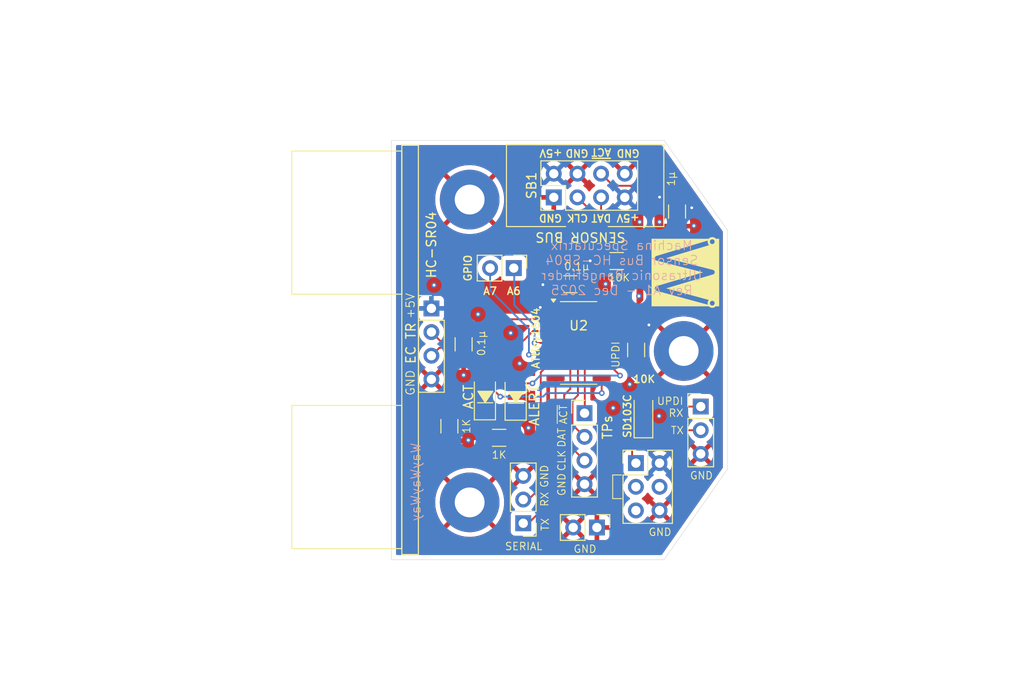
<source format=kicad_pcb>
(kicad_pcb (version 20241229) (generator "pcbnew") (generator_version "9.0")
  (layers (0 "F.Cu" signal) (4 "In1.Cu" signal) (6 "In2.Cu" signal) (2 "B.Cu" signal) (13 "F.Paste" user) (15 "B.Paste" user) (5 "F.SilkS" user "F.Silkscreen") (7 "B.SilkS" user "B.Silkscreen") (1 "F.Mask" user) (3 "B.Mask" user) (25 "Edge.Cuts" user))
  (net 0 "")
  (net 1 "GND")
  (net 2 "/ECHO")
  (net 3 "/TRIG")
  (net 4 "+5V")
  (net 5 "/PROG_TX")
  (net 6 "Net-(D1-K)")
  (net 7 "/SB_DAT")
  (net 8 "/SB_CLK")
  (net 9 "/UPDI")
  (net 10 "/SB_ACT")
  (net 11 "Net-(D2-K)")
  (net 12 "/ACT_LED")
  (net 13 "/ALERT_LED")
  (net 14 "/TX")
  (net 15 "/RX")
  (net 19 "/A6")
  (net 20 "/A7")
  (footprint "MS_General:MS-logo" (layer "F.Cu") (at 131.7498 89.8398 90)
    (property "Reference" "G***" (hide yes))
    (property "Value" "LOGO" (hide yes))
    (fp_poly (pts (xy 3.639371 2.501401) (xy 3.672212 2.532865) (xy 3.732284 2.604746) (xy 3.776043 2.687398) (xy 3.80349 2.777438) (xy 3.814625 2.871481) (xy 3.809447 2.966141) (xy 3.787957 3.058035) (xy 3.750154 3.143777) (xy 3.696039 3.219984) (xy 3.672212 3.244771) (xy 3.639371 3.276235) (xy 3.639371 3.628571) (xy -3.617772 3.628571) (xy -3.617772 3.258612) (xy -3.654326 3.218152) (xy -3.713197 3.137669) (xy -3.753624 3.048991) (xy -3.775607 2.955161) (xy -3.777358 2.907721) (xy -3.538689 2.907721) (xy -3.524776 2.973768) (xy -3.49322 3.033423) (xy -3.445997 3.083652) (xy -3.385084 3.121423) (xy -3.337524 3.138268) (xy -3.291562 3.14626) (xy -3.246874 3.143959) (xy -3.19501 3.130652) (xy -3.177898 3.124802) (xy -3.135902 3.101435) (xy -3.094035 3.064286) (xy -3.058707 3.02024) (xy -3.03633 2.976179) (xy -3.034797 2.971137) (xy -3.023161 2.893642) (xy -3.032227 2.820988) (xy -3.061724 2.754459) (xy -3.088557 2.718647) (xy -3.142476 2.671863) (xy -3.203077 2.643368) (xy -3.267091 2.632283) (xy -3.331247 2.637726) (xy -3.392277 2.658817) (xy -3.446911 2.694676) (xy -3.491879 2.744423) (xy -3.523913 2.807177) (xy -3.532983 2.838315) (xy -3.538689 2.907721) (xy -3.777358 2.907721) (xy -3.779148 2.859225) (xy -3.764245 2.764226) (xy -3.730899 2.67321) (xy -3.67911 2.589221) (xy -3.654326 2.559484) (xy -3.617772 2.519023) (xy -3.617772 2.398635) (xy -3.433881 2.398635) (xy -3.428416 2.40576) (xy -3.409322 2.403838) (xy -3.395191 2.40092) (xy -3.340087 2.394081) (xy -3.274297 2.393003) (xy -3.207291 2.397319) (xy -3.148539 2.406662) (xy -3.131298 2.411165) (xy -3.090484 2.426848) (xy -3.043085 2.450005) (xy -3.003169 2.473271) (xy -2.970293 2.493931) (xy -2.945398 2.508463) (xy -2.933071 2.514216) (xy -2.932534 2.514105) (xy -2.929529 2.503524) (xy -2.921146 2.473035) (xy -2.907642 2.423582) (xy -2.88927 2.356107) (xy -2.866288 2.271554) (xy -2.83895 2.170866) (xy -2.807513 2.054986) (xy -2.772231 1.924857) (xy -2.733361 1.781423) (xy -2.691158 1.625626) (xy -2.645877 1.458411) (xy -2.597774 1.28072) (xy -2.547106 1.093496) (xy -2.494126 0.897683) (xy -2.439092 0.694223) (xy -2.382258 0.484061) (xy -2.32388 0.268138) (xy -2.310618 0.219078) (xy -2.251944 0.002077) (xy -2.194753 -0.209327) (xy -2.139303 -0.414195) (xy -2.085848 -0.611587) (xy -2.034643 -0.800562) (xy -1.985944 -0.980181) (xy -1.940006 -1.149503) (xy -1.897086 -1.307589) (xy -1.857438 -1.453498) (xy -1.821318 -1.58629) (xy -1.788981 -1.705025) (xy -1.760683 -1.808764) (xy -1.736679 -1.896566) (xy -1.717225 -1.96749) (xy -1.702576 -2.020598) (xy -1.692988 -2.054949) (xy -1.688716 -2.069603) (xy -1.688513 -2.070089) (xy -1.685262 -2.059643) (xy -1.676157 -2.029373) (xy -1.661462 -1.980167) (xy -1.64144 -1.912914) (xy -1.616355 -1.828504) (xy -1.586469 -1.727826) (xy -1.552047 -1.611768) (xy -1.513351 -1.481221) (xy -1.470645 -1.337074) (xy -1.424193 -1.180215) (xy -1.374257 -1.011534) (xy -1.321101 -0.831921) (xy -1.264989 -0.642263) (xy -1.206184 -0.443452) (xy -1.144949 -0.236375) (xy -1.081548 -0.021923) (xy -1.016243 0.199017) (xy -0.9493 0.425553) (xy -0.93975 0.457874) (xy -0.872464 0.685502) (xy -0.806684 0.907846) (xy -0.742679 1.124006) (xy -0.680716 1.333079) (xy -0.621065 1.534164) (xy -0.563996 1.72636) (xy -0.509776 1.908765) (xy -0.458675 2.080477) (xy -0.410961 2.240595) (xy -0.366904 2.388217) (xy -0.326772 2.522442) (xy -0.290835 2.642369) (xy -0.25936 2.747095) (xy -0.232617 2.835719) (xy -0.210875 2.90734) (xy -0.194402 2.961057) (xy -0.183468 2.995966) (xy -0.178342 3.011168) (xy -0.178131 3.011623) (xy -0.146562 3.059074) (xy -0.107297 3.094872) (xy -0.075595 3.11484) (xy -0.020702 3.135403) (xy 0.043196 3.143095) (xy 0.107557 3.137643) (xy 0.15659 3.122312) (xy 0.216902 3.083421) (xy 0.263579 3.029828) (xy 0.281416 2.996811) (xy 0.285758 2.982514) (xy 0.295117 2.948196) (xy 0.305833 2.907721) (xy 3.059695 2.907721) (xy 3.073608 2.973768) (xy 3.105165 3.033423) (xy 3.152388 3.083652) (xy 3.2133 3.121423) (xy 3.26086 3.138268) (xy 3.306822 3.14626) (xy 3.35151 3.143959) (xy 3.403374 3.130652) (xy 3.420486 3.124802) (xy 3.462483 3.101435) (xy 3.50435 3.064286) (xy 3.539677 3.02024) (xy 3.562054 2.976179) (xy 3.563587 2.971137) (xy 3.575224 2.893642) (xy 3.566157 2.820988) (xy 3.536661 2.754459) (xy 3.509827 2.718647) (xy 3.455908 2.671863) (xy 3.395307 2.643368) (xy 3.331294 2.632283) (xy 3.267137 2.637726) (xy 3.206108 2.658817) (xy 3.151474 2.694676) (xy 3.106505 2.744423) (xy 3.074472 2.807177) (xy 3.065402 2.838315) (xy 3.059695 2.907721) (xy 0.305833 2.907721) (xy 0.309258 2.894784) (xy 0.327943 2.823208) (xy 0.350935 2.734395) (xy 0.378 2.629274) (xy 0.408899 2.508773) (xy 0.443397 2.37382) (xy 0.481257 2.225344) (xy 0.522243 2.064272) (xy 0.566118 1.891535) (xy 0.612645 1.708059) (xy 0.661589 1.514773) (xy 0.712713 1.312605) (xy 0.765779 1.102484) (xy 0.820553 0.885338) (xy 0.876797 0.662095) (xy 0.929878 0.451161) (xy 0.987084 0.223768) (xy 1.04291 0.001954) (xy 1.097129 -0.213373) (xy 1.14951 -0.421307) (xy 1.199826 -0.620943) (xy 1.247846 -0.811374) (xy 1.293343 -0.991695) (xy 1.336086 -1.161) (xy 1.375848 -1.318381) (xy 1.412398 -1.462935) (xy 1.445509 -1.593754) (xy 1.474951 -1.709933) (xy 1.500495 -1.810565) (xy 1.521913 -1.894745) (xy 1.538974 -1.961566) (xy 1.551451 -2.010123) (xy 1.559114 -2.039509) (xy 1.561729 -2.048843) (xy 1.565022 -2.038422) (xy 1.574247 -2.008247) (xy 1.589122 -1.95925) (xy 1.609367 -1.892363) (xy 1.634701 -1.808518) (xy 1.664843 -1.708648) (xy 1.699513 -1.593684) (xy 1.73843 -1.464558) (xy 1.781313 -1.322203) (xy 1.827881 -1.167551) (xy 1.877854 -1.001533) (xy 1.930951 -0.825082) (xy 1.986891 -0.639129) (xy 2.045394 -0.444608) (xy 2.106177 -0.242449) (xy 2.168962 -0.033585) (xy 2.233467 0.181052) (xy 2.252088 0.243022) (xy 2.31706 0.45922) (xy 2.380413 0.669957) (xy 2.441863 0.874298) (xy 2.501129 1.071308) (xy 2.557928 1.260051) (xy 2.61198 1.439593) (xy 2.663001 1.608998) (xy 2.71071 1.76733) (xy 2.754825 1.913655) (xy 2.795064 2.047036) (xy 2.831145 2.16654) (xy 2.862785 2.27123) (xy 2.889704 2.360172) (xy 2.911618 2.432429) (xy 2.928246 2.487068) (xy 2.939305 2.523151) (xy 2.944515 2.539745) (xy 2.944887 2.540771) (xy 2.954784 2.53873) (xy 2.975568 2.525014) (xy 2.997955 2.506692) (xy 3.075699 2.452095) (xy 3.164651 2.413502) (xy 3.259943 2.392492) (xy 3.355888 2.390575) (xy 3.402346 2.392968) (xy 3.428335 2.390626) (xy 3.434183 2.385804) (xy 3.431123 2.37469) (xy 3.422148 2.343933) (xy 3.407572 2.294571) (xy 3.387706 2.227645) (xy 3.362862 2.144191) (xy 3.333352 2.045249) (xy 3.299488 1.931859) (xy 3.261583 1.805058) (xy 3.219948 1.665886) (xy 3.174895 1.515381) (xy 3.126736 1.354582) (xy 3.075783 1.184528) (xy 3.022349 1.006258) (xy 2.966744 0.82081) (xy 2.909281 0.629224) (xy 2.850273 0.432538) (xy 2.79003 0.231791) (xy 2.728866 0.028022) (xy 2.667091 -0.177731) (xy 2.605019 -0.384428) (xy 2.54296 -0.591031) (xy 2.481228 -0.796501) (xy 2.420133 -0.999799) (xy 2.359989 -1.199886) (xy 2.301106 -1.395724) (xy 2.243797 -1.586274) (xy 2.188374 -1.770497) (xy 2.135149 -1.947354) (xy 2.084434 -2.115806) (xy 2.03654 -2.274815) (xy 1.991781 -2.423341) (xy 1.950467 -2.560347) (xy 1.912911 -2.684792) (xy 1.879425 -2.795639) (xy 1.85032 -2.891848) (xy 1.825909 -2.972381) (xy 1.806504 -3.036199) (xy 1.792417 -3.082263) (xy 1.783959 -3.109534) (xy 1.781582 -3.116816) (xy 1.746285 -3.182619) (xy 1.696597 -3.233051) (xy 1.634654 -3.26665) (xy 1.562589 -3.281952) (xy 1.539482 -3.282756) (xy 1.46417 -3.273064) (xy 1.399148 -3.245361) (xy 1.346327 -3.200837) (xy 1.307615 -3.140683) (xy 1.306047 -3.137203) (xy 1.301698 -3.1229) (xy 1.292329 -3.088578) (xy 1.278178 -3.035166) (xy 1.259482 -2.963595) (xy 1.236477 -2.874794) (xy 1.209401 -2.769694) (xy 1.178491 -2.649223) (xy 1.143983 -2.514313) (xy 1.106116 -2.365893) (xy 1.065125 -2.204893) (xy 1.021248 -2.032242) (xy 0.974722 -1.848871) (xy 0.925784 -1.65571) (xy 0.874671 -1.453689) (xy 0.821619 -1.243737) (xy 0.766867 -1.026784) (xy 0.710651 -0.803761) (xy 0.659326 -0.599914) (xy 0.602176 -0.37284) (xy 0.546406 -0.15131) (xy 0.492245 0.063766) (xy 0.439923 0.271478) (xy 0.389669 0.470916) (xy 0.341714 0.661171) (xy 0.296287 0.841333) (xy 0.253618 1.010491) (xy 0.213936 1.167736) (xy 0.177471 1.312157) (xy 0.144452 1.442846) (xy 0.11511 1.558892) (xy 0.089674 1.659385) (xy 0.068374 1.743416) (xy 0.051439 1.810074) (xy 0.039099 1.85845) (xy 0.031583 1.887634) (xy 0.029125 1.896753) (xy 0.025877 1.88678) (xy 0.016782 1.856987) (xy 0.002105 1.808268) (xy -0.017888 1.741518) (xy -0.042932 1.657631) (xy -0.07276 1.557502) (xy -0.107108 1.442027) (xy -0.14571 1.3121) (xy -0.188301 1.168616) (xy -0.234614 1.01247) (xy -0.284385 0.844556) (xy -0.337348 0.665769) (xy -0.393238 0.477005) (xy -0.451788 0.279157) (xy -0.512734 0.073121) (xy -0.57581 -0.140208) (xy -0.640751 -0.359935) (xy -0.706166 -0.58136) (xy -0.772923 -0.807315) (xy -0.83821 -1.028178) (xy -0.901753 -1.243026) (xy -0.963278 -1.450937) (xy -1.022511 -1.650989) (xy -1.079178 -1.84226) (xy -1.133005 -2.023825) (xy -1.183717 -2.194764) (xy -1.231042 -2.354154) (xy -1.274704 -2.501072) (xy -1.31443 -2.634595) (xy -1.349946 -2.753802) (xy -1.380978 -2.857769) (xy -1.407251 -2.945575) (xy -1.428492 -3.016296) (xy -1.444428 -3.069011) (xy -1.454783 -3.102797) (xy -1.459178 -3.116457) (xy -1.494335 -3.182605) (xy -1.543698 -3.233005) (xy -1.605488 -3.266437) (xy -1.677926 -3.281677) (xy -1.700893 -3.282519) (xy -1.774969 -3.272937) (xy -1.840286 -3.2453) (xy -1.893963 -3.201277) (xy -1.929169 -3.15052) (xy -1.932933 -3.138352) (xy -1.942049 -3.106386) (xy -1.956232 -3.055675) (xy -1.975196 -2.987272) (xy -1.998655 -2.902229) (xy -2.026323 -2.801598) (xy -2.057914 -2.686433) (xy -2.093143 -2.557785) (xy -2.131723 -2.416707) (xy -2.173369 -2.264252) (xy -2.217796 -2.101472) (xy -2.264716 -1.929419) (xy -2.313845 -1.749146) (xy -2.364897 -1.561705) (xy -2.417585 -1.368149) (xy -2.471624 -1.169531) (xy -2.526729 -0.966902) (xy -2.582613 -0.761316) (xy -2.63899 -0.553824) (xy -2.695574 -0.34548) (xy -2.752081 -0.137335) (xy -2.808224 0.069558) (xy -2.863717 0.274146) (xy -2.918274 0.475377) (xy -2.97161 0.672199) (xy -3.023438 0.863558) (xy -3.073473 1.048403) (xy -3.12143 1.225682) (xy -3.167022 1.39434) (xy -3.209963 1.553327) (xy -3.249968 1.70159) (xy -3.28675 1.838075) (xy -3.320025 1.961732) (xy -3.349506 2.071506) (xy -3.374907 2.166347) (xy -3.395943 2.245201) (xy -3.412327 2.307015) (xy -3.423775 2.350738) (xy -3.429999 2.375317) (xy -3.430915 2.379322) (xy -3.433881 2.398635) (xy -3.617772 2.398635) (xy -3.617772 -3.628572) (xy 3.639371 -3.628572)) (fill yes) (layer "F.SilkS"))
  )
  (footprint "Connector_PinHeader_2.54mm:PinHeader_1x02_P2.54mm_Vertical" (layer "F.Cu") (at 122.2552 117.1956 -90)
    (property "Reference" "J2" (hide yes))
    (property "Value" "GND" (at 2.3114 1.275 0) (layer "F.SilkS") (effects (font (size 0.8 0.8) (thickness 0.1))))
    (fp_line (start -1.38 3.92) (end 1.38 3.92) (stroke (width 0.12)) (layer "F.SilkS"))
    (fp_line (start -1.38 1.27) (end -1.38 3.92) (stroke (width 0.12)) (layer "F.SilkS"))
    (fp_line (start -1.38 1.27) (end 1.38 1.27) (stroke (width 0.12)) (layer "F.SilkS"))
    (fp_line (start 1.38 1.27) (end 1.38 3.92) (stroke (width 0.12)) (layer "F.SilkS"))
    (fp_line (start -1.38 0) (end -1.38 -1.38) (stroke (width 0.12)) (layer "F.SilkS"))
    (fp_line (start -1.38 -1.38) (end 0 -1.38) (stroke (width 0.12)) (layer "F.SilkS"))
    (pad "1" thru_hole rect (at 0 0 270) (size 1.7 1.7) (drill 1) (layers "*.Cu" "*.Mask") (net 1 "GND"))
    (pad "2" thru_hole circle (at 0 2.54 270) (size 1.7 1.7) (drill 1) (layers "*.Cu" "*.Mask") (net 1 "GND"))
  )
  (footprint "Package_SO:SOIC-14_3.9x8.7mm_P1.27mm" (layer "F.Cu") (at 120.2944 97.3849)
    (property "Reference" "U2" (at 0 -1.8555 0) (layer "F.SilkS"))
    (property "Value" "ATtiny1604" (at -4.5974 -0.5093 90) (layer "F.SilkS") (effects (font (size 0.8 0.8))))
    (fp_line (start 0 -4.435) (end -1.95 -4.435) (stroke (width 0.12)) (layer "F.SilkS"))
    (fp_line (start 0 -4.435) (end 1.95 -4.435) (stroke (width 0.12)) (layer "F.SilkS"))
    (fp_line (start 0 4.435) (end -1.95 4.435) (stroke (width 0.12)) (layer "F.SilkS"))
    (fp_line (start 0 4.435) (end 1.95 4.435) (stroke (width 0.12)) (layer "F.SilkS"))
    (fp_poly (pts (xy -2.7 -4.37) (xy -2.94 -4.7) (xy -2.46 -4.7)) (stroke (width 0.12)) (fill yes) (layer "F.SilkS"))
    (pad "1" smd roundrect (at -2.475 -3.81) (size 1.95 0.6) (layers "F.Cu" "F.Mask" "F.Paste") (net 4 "+5V"))
    (pad "2" smd roundrect (at -2.475 -2.54) (size 1.95 0.6) (layers "F.Cu" "F.Mask" "F.Paste") (net 3 "/TRIG"))
    (pad "3" smd roundrect (at -2.475 -1.27) (size 1.95 0.6) (layers "F.Cu" "F.Mask" "F.Paste") (net 2 "/ECHO"))
    (pad "4" smd roundrect (at -2.475 0) (size 1.95 0.6) (layers "F.Cu" "F.Mask" "F.Paste") (net 19 "/A6"))
    (pad "5" smd roundrect (at -2.475 1.27) (size 1.95 0.6) (layers "F.Cu" "F.Mask" "F.Paste") (net 20 "/A7"))
    (pad "6" smd roundrect (at -2.475 2.54) (size 1.95 0.6) (layers "F.Cu" "F.Mask" "F.Paste") (net 15 "/RX"))
    (pad "7" smd roundrect (at -2.475 3.81) (size 1.95 0.6) (layers "F.Cu" "F.Mask" "F.Paste") (net 14 "/TX"))
    (pad "8" smd roundrect (at 2.475 3.81) (size 1.95 0.6) (layers "F.Cu" "F.Mask" "F.Paste") (net 12 "/ACT_LED"))
    (pad "9" smd roundrect (at 2.475 2.54) (size 1.95 0.6) (layers "F.Cu" "F.Mask" "F.Paste") (net 13 "/ALERT_LED"))
    (pad "10" smd roundrect (at 2.475 1.27) (size 1.95 0.6) (layers "F.Cu" "F.Mask" "F.Paste") (net 9 "/UPDI"))
    (pad "11" smd roundrect (at 2.475 0) (size 1.95 0.6) (layers "F.Cu" "F.Mask" "F.Paste") (net 10 "/SB_ACT"))
    (pad "12" smd roundrect (at 2.475 -1.27) (size 1.95 0.6) (layers "F.Cu" "F.Mask" "F.Paste") (net 7 "/SB_DAT"))
    (pad "13" smd roundrect (at 2.475 -2.54) (size 1.95 0.6) (layers "F.Cu" "F.Mask" "F.Paste") (net 8 "/SB_CLK"))
    (pad "14" smd roundrect (at 2.475 -3.81) (size 1.95 0.6) (layers "F.Cu" "F.Mask" "F.Paste") (net 1 "GND"))
  )
  (footprint "Capacitor_SMD:C_1206_3216Metric_Pad1.33x1.80mm_HandSolder" (layer "F.Cu") (at 130.8608 83.2866 -90)
    (property "Reference" "C2" (hide yes))
    (property "Value" "1µ" (at -3.5306 0.635 90) (layer "F.SilkS") (effects (font (size 0.8 0.8) (thickness 0.1))))
    (fp_line (start -0.711252 0.91) (end 0.711252 0.91) (stroke (width 0.12)) (layer "F.SilkS"))
    (fp_line (start -0.711252 -0.91) (end 0.711252 -0.91) (stroke (width 0.12)) (layer "F.SilkS"))
    (pad "1" smd roundrect (at -1.5625 0 270) (size 1.325 1.8) (layers "F.Cu" "F.Mask" "F.Paste") (roundrect_rratio 0.188679) (net 4 "+5V"))
    (pad "2" smd roundrect (at 1.5625 0 270) (size 1.325 1.8) (layers "F.Cu" "F.Mask" "F.Paste") (roundrect_rratio 0.188679) (net 1 "GND"))
  )
  (footprint "MS_Favourites:Resistor_SMD_1206_HandSolder" (layer "F.Cu") (at 106.426 106.325 90)
    (property "Reference" "R1" (hide yes))
    (property "Value" "1K" (at 0 1.83 90) (layer "F.SilkS") (effects (font (size 0.8 0.8) (thickness 0.1))))
    (fp_line (start -0.727064 -0.91) (end 0.727064 -0.91) (stroke (width 0.12)) (layer "F.SilkS"))
    (fp_line (start -0.727064 0.91) (end 0.727064 0.91) (stroke (width 0.12)) (layer "F.SilkS"))
    (pad "1" smd roundrect (at -1.55 0 90) (size 1.3 1.75) (layers "F.Cu" "F.Mask" "F.Paste") (roundrect_rratio 0.192308) (net 1 "GND"))
    (pad "2" smd roundrect (at 1.55 0 90) (size 1.3 1.75) (layers "F.Cu" "F.Mask" "F.Paste") (roundrect_rratio 0.192308) (net 6 "Net-(D1-K)"))
  )
  (footprint "Connector_PinHeader_2.54mm:PinHeader_1x04_P2.54mm_Vertical" (layer "F.Cu") (at 120.9294 104.9274)
    (property "Reference" "J3" (hide yes))
    (property "Value" "TPs")
    (fp_line (start -1.38 -1.38) (end 0 -1.38) (stroke (width 0.12)) (layer "F.SilkS"))
    (fp_line (start -1.38 0) (end -1.38 -1.38) (stroke (width 0.12)) (layer "F.SilkS"))
    (fp_line (start -1.38 1.27) (end -1.38 9) (stroke (width 0.12)) (layer "F.SilkS"))
    (fp_line (start -1.38 1.27) (end 1.38 1.27) (stroke (width 0.12)) (layer "F.SilkS"))
    (fp_line (start -1.38 9) (end 1.38 9) (stroke (width 0.12)) (layer "F.SilkS"))
    (fp_line (start 1.38 1.27) (end 1.38 9) (stroke (width 0.12)) (layer "F.SilkS"))
    (pad "1" thru_hole rect (at 0 0) (size 1.7 1.7) (drill 1) (layers "*.Cu" "*.Mask") (net 10 "/SB_ACT"))
    (pad "2" thru_hole circle (at 0 2.54) (size 1.7 1.7) (drill 1) (layers "*.Cu" "*.Mask") (net 7 "/SB_DAT"))
    (pad "3" thru_hole circle (at 0 5.08) (size 1.7 1.7) (drill 1) (layers "*.Cu" "*.Mask") (net 8 "/SB_CLK"))
    (pad "4" thru_hole circle (at 0 7.62) (size 1.7 1.7) (drill 1) (layers "*.Cu" "*.Mask") (net 1 "GND"))
  )
  (footprint "MS_Favourites:LED_1206_SMD" (layer "F.Cu") (at 113.538 103.2145 90)
    (property "Reference" "D2" (hide yes))
    (property "Value" "ALERT" (at -0.9001 2.0066 90) (layer "F.SilkS"))
    (fp_line (start 1.6 -1.135) (end -2.46 -1.135) (stroke (width 0.12)) (layer "F.SilkS"))
    (fp_line (start -2.46 -1.135) (end -2.46 1.135) (stroke (width 0.12)) (layer "F.SilkS"))
    (fp_line (start -0.63 0.84) (end -0.63 -0.78) (stroke (width 0.12)) (layer "F.SilkS"))
    (fp_line (start -2.46 1.135) (end 1.6 1.135) (stroke (width 0.12)) (layer "F.SilkS"))
    (fp_poly (pts (xy 0.6 0.84) (xy 0.6 -0.76) (xy -0.6 0.03)) (stroke (width 0.12)) (fill yes) (layer "F.SilkS"))
    (pad "1" smd roundrect (at -1.4875 0 90) (size 1.425 1.75) (layers "F.Cu" "F.Mask" "F.Paste") (roundrect_rratio 0.175439) (net 11 "Net-(D2-K)"))
    (pad "2" smd roundrect (at 1.4875 0 90) (size 1.425 1.75) (layers "F.Cu" "F.Mask" "F.Paste") (roundrect_rratio 0.175439) (net 13 "/ALERT_LED"))
  )
  (footprint "MS_Connectors:SensorBus_2x04_P2.54mm_Vertical" (layer "F.Cu") (at 115.8494 77.4616 90)
    (property "Reference" "SB1" (at -3.031 -0.602 90) (layer "F.SilkS"))
    (property "Value" "LP_Sensor_Bus_IDC_8" (hide yes))
    (fp_line (start 1.355 -3.3) (end 1.355 13.589) (stroke (width 0.12)) (layer "F.SilkS"))
    (fp_line (start -7.434 -3.3) (end 1.355 -3.3) (stroke (width 0.12)) (layer "F.SilkS"))
    (fp_line (start -0.381 0.398) (end -0.381 10.778) (stroke (width 0.12)) (layer "F.SilkS"))
    (fp_line (start -3.031 0.398) (end -0.381 0.398) (stroke (width 0.12)) (layer "F.SilkS"))
    (fp_line (start -5.681 0.398) (end -4.301 0.398) (stroke (width 0.12)) (layer "F.SilkS"))
    (fp_line (start -5.681 1.778) (end -5.681 0.398) (stroke (width 0.12)) (layer "F.SilkS"))
    (fp_line (start -3.031 3.048) (end -3.031 0.398) (stroke (width 0.12)) (layer "F.SilkS"))
    (fp_line (start -5.681 3.048) (end -3.031 3.048) (stroke (width 0.12)) (layer "F.SilkS"))
    (fp_line (start -5.681 3.048) (end -5.681 10.778) (stroke (width 0.12)) (layer "F.SilkS"))
    (fp_line (start -7.434 3.048) (end -7.434 -3.3) (stroke (width 0.12)) (layer "F.SilkS"))
    (fp_line (start -5.681 10.778) (end -0.381 10.778) (stroke (width 0.12)) (layer "F.SilkS"))
    (fp_line (start 1.355 13.589) (end -7.434 13.589) (stroke (width 0.12)) (layer "F.SilkS"))
    (fp_line (start -7.434 13.589) (end -7.434 7.62) (stroke (width 0.12)) (layer "F.SilkS"))
    (fp_text user "+5V" (at 0.9144 2.794 180) (layer "F.SilkS") (effects (font (size 0.8 0.8)) (justify left bottom)))
    (fp_text user "GND" (at 0.9144 5.588 180) (layer "F.SilkS") (effects (font (size 0.8 0.8)) (justify left bottom)))
    (fp_text user "GND" (at -6.0452 2.7432 180) (layer "F.SilkS") (effects (font (size 0.8 0.8)) (justify left bottom)))
    (fp_text user "DAT" (at -6.0452 8.0264 180) (layer "F.SilkS") (effects (font (size 0.8 0.8)) (justify left bottom)))
    (fp_text user "GND" (at 0.9144 11.0744 180) (layer "F.SilkS") (effects (font (size 0.8 0.8)) (justify left bottom)))
    (fp_text user "+5V" (at -6.0452 11.0744 180) (layer "F.SilkS") (effects (font (size 0.8 0.8)) (justify left bottom)))
    (fp_text user "CLK" (at -6.0452 5.5372 180) (layer "F.SilkS") (effects (font (size 0.8 0.8)) (justify left bottom)))
    (fp_text user "~{ACT}" (at 1.018567 8.0264 180) (layer "F.SilkS") (effects (font (size 0.8 0.8)) (justify left bottom)))
    (pad "1" thru_hole rect (at -4.301 1.778 90) (size 1.7 1.7) (drill 1) (layers "*.Cu" "*.Mask") (net 1 "GND"))
    (pad "2" thru_hole circle (at -1.761 1.778 90) (size 1.7 1.7) (drill 1) (layers "*.Cu" "*.Mask") (net 4 "+5V"))
    (pad "3" thru_hole circle (at -4.301 4.318 90) (size 1.7 1.7) (drill 1) (layers "*.Cu" "*.Mask") (net 8 "/SB_CLK"))
    (pad "4" thru_hole circle (at -1.761 4.318 90) (size 1.7 1.7) (drill 1) (layers "*.Cu" "*.Mask") (net 1 "GND"))
    (pad "5" thru_hole circle (at -4.301 6.858 90) (size 1.7 1.7) (drill 1) (layers "*.Cu" "*.Mask") (net 7 "/SB_DAT"))
    (pad "6" thru_hole circle (at -1.761 6.858 90) (size 1.7 1.7) (drill 1) (layers "*.Cu" "*.Mask") (net 10 "/SB_ACT"))
    (pad "7" thru_hole circle (at -4.301 9.398 90) (size 1.7 1.7) (drill 1) (layers "*.Cu" "*.Mask") (net 4 "+5V"))
    (pad "8" thru_hole circle (at -1.761 9.398 90) (size 1.7 1.7) (drill 1) (layers "*.Cu" "*.Mask") (net 1 "GND"))
  )
  (footprint "Connector_PinHeader_2.54mm:PinHeader_1x03_P2.54mm_Vertical" (layer "F.Cu") (at 133.4008 104.2162)
    (property "Reference" "J1" (hide yes))
    (property "Value" "UPDI")
    (fp_line (start -1.38 -1.38) (end 0 -1.38) (stroke (width 0.12)) (layer "F.SilkS"))
    (fp_line (start -1.38 0) (end -1.38 -1.38) (stroke (width 0.12)) (layer "F.SilkS"))
    (fp_line (start -1.38 1.27) (end -1.38 6.46) (stroke (width 0.12)) (layer "F.SilkS"))
    (fp_line (start -1.38 1.27) (end 1.38 1.27) (stroke (width 0.12)) (layer "F.SilkS"))
    (fp_line (start -1.38 6.46) (end 1.38 6.46) (stroke (width 0.12)) (layer "F.SilkS"))
    (fp_line (start 1.38 1.27) (end 1.38 6.46) (stroke (width 0.12)) (layer "F.SilkS"))
    (pad "1" thru_hole rect (at 0 0) (size 1.7 1.7) (drill 1) (layers "*.Cu" "*.Mask") (net 9 "/UPDI"))
    (pad "2" thru_hole circle (at 0 2.54) (size 1.7 1.7) (drill 1) (layers "*.Cu" "*.Mask") (net 5 "/PROG_TX"))
    (pad "3" thru_hole circle (at 0 5.08) (size 1.7 1.7) (drill 1) (layers "*.Cu" "*.Mask") (net 1 "GND"))
  )
  (footprint "MS_Favourites:MountingHole_M3_Pad" (layer "F.Cu") (at 108.6 114.5)
    (property "Reference" "H3" (hide yes))
    (property "Value" "MountingHole_Pad" (hide yes))
    (pad "1" thru_hole circle (at 0 0) (size 6.4 6.4) (drill 3.2) (layers "*.Cu" "*.Mask") (net 1 "GND"))
  )
  (footprint "Capacitor_SMD:C_1206_3216Metric_Pad1.33x1.80mm_HandSolder" (layer "F.Cu") (at 119.4054 91.0844)
    (property "Reference" "C4" (hide yes))
    (property "Value" "0.1µ" (at 0.718732 -1.905 0) (layer "F.SilkS") (effects (font (size 0.8 0.8) (thickness 0.1))))
    (fp_line (start -0.711252 -0.91) (end 0.711252 -0.91) (stroke (width 0.12)) (layer "F.SilkS"))
    (fp_line (start -0.711252 0.91) (end 0.711252 0.91) (stroke (width 0.12)) (layer "F.SilkS"))
    (pad "1" smd roundrect (at -1.5625 0) (size 1.325 1.8) (layers "F.Cu" "F.Mask" "F.Paste") (roundrect_rratio 0.188679) (net 4 "+5V"))
    (pad "2" smd roundrect (at 1.5625 0) (size 1.325 1.8) (layers "F.Cu" "F.Mask" "F.Paste") (roundrect_rratio 0.188679) (net 1 "GND"))
  )
  (footprint "MS_Favourites:Resistor_SMD_1206_HandSolder" (layer "F.Cu") (at 126.4666 98.145 90)
    (property "Reference" "R2" (hide yes))
    (property "Value" "10K" (at -3.1248 0.8636 180) (layer "F.SilkS") (effects (font (size 0.8 0.8))))
    (fp_line (start -0.727064 -0.91) (end 0.727064 -0.91) (stroke (width 0.12)) (layer "F.SilkS"))
    (fp_line (start -0.727064 0.91) (end 0.727064 0.91) (stroke (width 0.12)) (layer "F.SilkS"))
    (pad "1" smd roundrect (at -1.55 0 90) (size 1.3 1.75) (layers "F.Cu" "F.Mask" "F.Paste") (roundrect_rratio 0.192308) (net 9 "/UPDI"))
    (pad "2" smd roundrect (at 1.55 0 90) (size 1.3 1.75) (layers "F.Cu" "F.Mask" "F.Paste") (roundrect_rratio 0.192308) (net 4 "+5V"))
  )
  (footprint "MS_Favourites:Resistor_SMD_1206_HandSolder" (layer "F.Cu") (at 111.76 107.569)
    (property "Reference" "R3" (hide yes))
    (property "Value" "1K" (at 0 1.83 0) (layer "F.SilkS") (effects (font (size 0.8 0.8) (thickness 0.1))))
    (fp_line (start -0.727064 -0.91) (end 0.727064 -0.91) (stroke (width 0.12)) (layer "F.SilkS"))
    (fp_line (start -0.727064 0.91) (end 0.727064 0.91) (stroke (width 0.12)) (layer "F.SilkS"))
    (pad "1" smd roundrect (at -1.55 0) (size 1.3 1.75) (layers "F.Cu" "F.Mask" "F.Paste") (roundrect_rratio 0.192308) (net 1 "GND"))
    (pad "2" smd roundrect (at 1.55 0) (size 1.3 1.75) (layers "F.Cu" "F.Mask" "F.Paste") (roundrect_rratio 0.192308) (net 11 "Net-(D2-K)"))
  )
  (footprint "Connector_PinHeader_2.54mm:PinHeader_1x02_P2.54mm_Vertical" (layer "F.Cu") (at 113.3348 89.3572 -90)
    (property "Reference" "J5" (hide yes))
    (property "Value" "GPIO" (at 0 4.92 90) (layer "F.SilkS") (effects (font (size 0.8 0.8))))
    (fp_line (start -1.38 3.92) (end 1.38 3.92) (stroke (width 0.12)) (layer "F.SilkS"))
    (fp_line (start -1.38 1.27) (end -1.38 3.92) (stroke (width 0.12)) (layer "F.SilkS"))
    (fp_line (start -1.38 1.27) (end 1.38 1.27) (stroke (width 0.12)) (layer "F.SilkS"))
    (fp_line (start 1.38 1.27) (end 1.38 3.92) (stroke (width 0.12)) (layer "F.SilkS"))
    (fp_line (start -1.38 0) (end -1.38 -1.38) (stroke (width 0.12)) (layer "F.SilkS"))
    (fp_line (start -1.38 -1.38) (end 0 -1.38) (stroke (width 0.12)) (layer "F.SilkS"))
    (pad "1" thru_hole rect (at 0 0 270) (size 1.7 1.7) (drill 1) (layers "*.Cu" "*.Mask") (net 19 "/A6"))
    (pad "2" thru_hole circle (at 0 2.54 270) (size 1.7 1.7) (drill 1) (layers "*.Cu" "*.Mask") (net 20 "/A7"))
  )
  (footprint "Diode_SMD:D_SOD-123" (layer "F.Cu") (at 127.254 105.2058 90)
    (property "Reference" "D3" (hide yes))
    (property "Value" "SD103C" (at -0.0264 -1.7272 90) (layer "F.SilkS") (effects (font (size 0.8 0.8))))
    (fp_line (start -2.36 -1) (end 1.65 -1) (stroke (width 0.12)) (layer "F.SilkS"))
    (fp_line (start -2.36 -1) (end -2.36 1) (stroke (width 0.12)) (layer "F.SilkS"))
    (fp_line (start -2.36 1) (end 1.65 1) (stroke (width 0.12)) (layer "F.SilkS"))
    (pad "1" smd roundrect (at -1.65 0 90) (size 0.9 1.2) (layers "F.Cu" "F.Mask" "F.Paste") (net 5 "/PROG_TX"))
    (pad "2" smd roundrect (at 1.65 0 90) (size 0.9 1.2) (layers "F.Cu" "F.Mask" "F.Paste") (net 9 "/UPDI"))
  )
  (footprint "MS_General:HC-SR04" (layer "F.Cu") (at 104.4935 97.489)
    (property "Reference" "A1" (hide yes))
    (property "Value" "HC-SR04" (at 0 -10.621 90) (layer "F.SilkS"))
    (fp_line (start -1.38 -5.19) (end 0 -5.19) (stroke (width 0.12)) (layer "F.SilkS"))
    (fp_line (start -1.38 -3.81) (end -1.38 -5.19) (stroke (width 0.12)) (layer "F.SilkS"))
    (fp_line (start -1.38 -2.54) (end -1.38 5.19) (stroke (width 0.12)) (layer "F.SilkS"))
    (fp_line (start -1.38 -2.54) (end 1.38 -2.54) (stroke (width 0.12)) (layer "F.SilkS"))
    (fp_line (start -1.38 5.19) (end 1.38 5.19) (stroke (width 0.12)) (layer "F.SilkS"))
    (fp_line (start 1.38 -2.54) (end 1.38 5.19) (stroke (width 0.12)) (layer "F.SilkS"))
    (fp_rect (start -14.986 -20.701) (end -3.175 -5.334) (stroke (width 0.12)) (fill no) (layer "F.SilkS"))
    (fp_rect (start -14.986 6.604) (end -3.175 21.971) (stroke (width 0.12)) (fill no) (layer "F.SilkS"))
    (fp_rect (start -3.175 -21.336) (end -1.397 22.606) (stroke (width 0.12)) (fill no) (layer "F.SilkS"))
    (fp_text user "GND" (at -1.72725 5.6096 90) (layer "F.SilkS") (effects (font (size 0.9 0.9) (thickness 0.1)) (justify left bottom)))
    (fp_text user "+5V" (at -1.72725 -2.6454 90) (layer "F.SilkS") (effects (font (size 0.9 0.9) (thickness 0.1)) (justify left bottom)))
    (fp_text user "TR" (at -1.6235 -0.4102 90) (layer "F.SilkS") (effects (justify left bottom)))
    (fp_text user "EC" (at -1.6235 2.2314 90) (layer "F.SilkS") (effects (justify left bottom)))
    (pad "1" thru_hole rect (at 0 -3.81) (size 1.7 1.7) (drill 1) (layers "*.Cu" "*.Mask") (net 4 "+5V"))
    (pad "2" thru_hole circle (at 0 -1.27) (size 1.7 1.7) (drill 1) (layers "*.Cu" "*.Mask") (net 3 "/TRIG"))
    (pad "3" thru_hole circle (at 0 1.27) (size 1.7 1.7) (drill 1) (layers "*.Cu" "*.Mask") (net 2 "/ECHO"))
    (pad "4" thru_hole circle (at 0 3.81) (size 1.7 1.7) (drill 1) (layers "*.Cu" "*.Mask") (net 1 "GND"))
  )
  (footprint "Connector_PinHeader_2.54mm:PinHeader_1x03_P2.54mm_Vertical" (layer "F.Cu") (at 114.3508 116.7384 180)
    (property "Reference" "J4" (hide yes))
    (property "Value" "SERIAL")
    (fp_line (start 1.38 1.27) (end 1.38 6.46) (stroke (width 0.12)) (layer "F.SilkS"))
    (fp_line (start -1.38 6.46) (end 1.38 6.46) (stroke (width 0.12)) (layer "F.SilkS"))
    (fp_line (start -1.38 1.27) (end 1.38 1.27) (stroke (width 0.12)) (layer "F.SilkS"))
    (fp_line (start -1.38 1.27) (end -1.38 6.46) (stroke (width 0.12)) (layer "F.SilkS"))
    (fp_line (start -1.38 0) (end -1.38 -1.38) (stroke (width 0.12)) (layer "F.SilkS"))
    (fp_line (start -1.38 -1.38) (end 0 -1.38) (stroke (width 0.12)) (layer "F.SilkS"))
    (pad "1" thru_hole rect (at 0 0 180) (size 1.7 1.7) (drill 1) (layers "*.Cu" "*.Mask") (net 14 "/TX"))
    (pad "2" thru_hole circle (at 0 2.54 180) (size 1.7 1.7) (drill 1) (layers "*.Cu" "*.Mask") (net 15 "/RX"))
    (pad "3" thru_hole circle (at 0 5.08 180) (size 1.7 1.7) (drill 1) (layers "*.Cu" "*.Mask") (net 1 "GND"))
  )
  (footprint "MS_Favourites:Resistor_SMD_1206_HandSolder" (layer "F.Cu") (at 124.3838 88.5952 180)
    (property "Reference" "R8" (hide yes))
    (property "Value" "10K" (at -0.254 -1.778 0) (layer "F.SilkS") (effects (font (size 0.8 0.8) (thickness 0.1))))
    (fp_line (start -0.727064 0.91) (end 0.727064 0.91) (stroke (width 0.12)) (layer "F.SilkS"))
    (fp_line (start -0.727064 -0.91) (end 0.727064 -0.91) (stroke (width 0.12)) (layer "F.SilkS"))
    (pad "1" smd roundrect (at -1.55 0 180) (size 1.3 1.75) (layers "F.Cu" "F.Mask" "F.Paste") (roundrect_rratio 0.192308) (net 7 "/SB_DAT"))
    (pad "2" smd roundrect (at 1.55 0 180) (size 1.3 1.75) (layers "F.Cu" "F.Mask" "F.Paste") (roundrect_rratio 0.192308) (net 4 "+5V"))
  )
  (footprint "MS_Favourites:MountingHole_M3_Pad" (layer "F.Cu") (at 108.6 82)
    (property "Reference" "H1" (hide yes))
    (property "Value" "MountingHole_Pad" (hide yes))
    (pad "1" thru_hole circle (at 0 0) (size 6.4 6.4) (drill 3.2) (layers "*.Cu" "*.Mask") (net 1 "GND"))
  )
  (footprint "Connector_PinHeader_2.54mm:PinHeader_2x03_P2.54mm_Vertical" (layer "F.Cu") (at 126.4412 110.2868)
    (property "Reference" "CONN1" (hide yes))
    (property "Value" "AVR-UPDI-ICE" (hide yes))
    (fp_line (start -1.38 -1.38) (end 0 -1.38) (stroke (width 0.12)) (layer "F.SilkS"))
    (fp_line (start -1.38 0) (end -1.38 -1.38) (stroke (width 0.12)) (layer "F.SilkS"))
    (fp_line (start -1.38 1.27) (end -1.38 6.46) (stroke (width 0.12)) (layer "F.SilkS"))
    (fp_line (start -1.38 1.27) (end 1.27 1.27) (stroke (width 0.12)) (layer "F.SilkS"))
    (fp_line (start -1.38 6.46) (end 3.92 6.46) (stroke (width 0.12)) (layer "F.SilkS"))
    (fp_line (start 1.27 -1.38) (end 3.92 -1.38) (stroke (width 0.12)) (layer "F.SilkS"))
    (fp_line (start 1.27 1.27) (end 1.27 -1.38) (stroke (width 0.12)) (layer "F.SilkS"))
    (fp_line (start 3.92 -1.38) (end 3.92 6.46) (stroke (width 0.12)) (layer "F.SilkS"))
    (pad "1" thru_hole rect (at 0 0) (size 1.7 1.7) (drill 1) (layers "*.Cu" "*.Mask") (net 9 "/UPDI"))
    (pad "2" thru_hole circle (at 2.54 0) (size 1.7 1.7) (drill 1) (layers "*.Cu" "*.Mask") (net 4 "+5V"))
    (pad "3" thru_hole circle (at 0 2.54) (size 1.7 1.7) (drill 1) (layers "*.Cu" "*.Mask"))
    (pad "4" thru_hole circle (at 2.54 2.54) (size 1.7 1.7) (drill 1) (layers "*.Cu" "*.Mask"))
    (pad "5" thru_hole circle (at 0 5.08) (size 1.7 1.7) (drill 1) (layers "*.Cu" "*.Mask"))
    (pad "6" thru_hole circle (at 2.54 5.08) (size 1.7 1.7) (drill 1) (layers "*.Cu" "*.Mask") (net 1 "GND"))
  )
  (footprint "Capacitor_SMD:C_1206_3216Metric_Pad1.33x1.80mm_HandSolder" (layer "F.Cu") (at 107.95 97.536 -90)
    (property "Reference" "C1" (hide yes))
    (property "Value" "0.1µ" (at -0.127 -1.905 90) (layer "F.SilkS") (effects (font (size 0.8 0.8) (thickness 0.1))))
    (fp_line (start -0.711252 0.91) (end 0.711252 0.91) (stroke (width 0.12)) (layer "F.SilkS"))
    (fp_line (start -0.711252 -0.91) (end 0.711252 -0.91) (stroke (width 0.12)) (layer "F.SilkS"))
    (pad "1" smd roundrect (at -1.5625 0 270) (size 1.325 1.8) (layers "F.Cu" "F.Mask" "F.Paste") (roundrect_rratio 0.188679) (net 4 "+5V"))
    (pad "2" smd roundrect (at 1.5625 0 270) (size 1.325 1.8) (layers "F.Cu" "F.Mask" "F.Paste") (roundrect_rratio 0.188679) (net 1 "GND"))
  )
  (footprint "MS_Favourites:LED_1206_SMD" (layer "F.Cu") (at 110.236 103.178 90)
    (property "Reference" "D1" (hide yes))
    (property "Value" "ACT" (at 0 -1.778 90) (layer "F.SilkS"))
    (fp_line (start 1.6 -1.135) (end -2.46 -1.135) (stroke (width 0.12)) (layer "F.SilkS"))
    (fp_line (start -2.46 -1.135) (end -2.46 1.135) (stroke (width 0.12)) (layer "F.SilkS"))
    (fp_line (start -0.63 0.84) (end -0.63 -0.78) (stroke (width 0.12)) (layer "F.SilkS"))
    (fp_line (start -2.46 1.135) (end 1.6 1.135) (stroke (width 0.12)) (layer "F.SilkS"))
    (fp_poly (pts (xy 0.6 0.84) (xy 0.6 -0.76) (xy -0.6 0.03)) (stroke (width 0.12)) (fill yes) (layer "F.SilkS"))
    (pad "1" smd roundrect (at -1.4875 0 90) (size 1.425 1.75) (layers "F.Cu" "F.Mask" "F.Paste") (roundrect_rratio 0.175439) (net 6 "Net-(D1-K)"))
    (pad "2" smd roundrect (at 1.4875 0 90) (size 1.425 1.75) (layers "F.Cu" "F.Mask" "F.Paste") (roundrect_rratio 0.175439) (net 12 "/ACT_LED"))
  )
  (footprint "MS_Favourites:MountingHole_M3_Pad" (layer "F.Cu") (at 131.572 98.25)
    (property "Reference" "H2" (hide yes))
    (property "Value" "MountingHole_Pad" (hide yes))
    (pad "1" thru_hole circle (at 0 0) (size 6.4 6.4) (drill 3.2) (layers "*.Cu" "*.Mask") (net 1 "GND"))
  )
  (gr_line (start 124.8918 111.5568) (end 123.952 111.5568) (stroke (width 0.1)) (layer "F.SilkS"))
  (gr_line (start 123.952 114.0968) (end 124.9172 114.0968) (stroke (width 0.1)) (layer "F.SilkS"))
  (gr_line (start 123.952 111.5568) (end 123.952 114.0968) (stroke (width 0.1)) (layer "F.SilkS"))
  (gr_line (start 100.203 75.656) (end 129.47 75.656) (stroke (width 0.05)) (layer "Edge.Cuts"))
  (gr_line (start 129.47 75.656) (end 136.27 85.27) (stroke (width 0.05)) (layer "Edge.Cuts"))
  (gr_line (start 136.27 85.27) (end 136.27 110.945) (stroke (width 0.05)) (layer "Edge.Cuts"))
  (gr_line (start 100.203 75.656) (end 100.203 120.65) (stroke (width 0.05)) (layer "Edge.Cuts"))
  (gr_line (start 136.27 110.945) (end 129.47 120.65) (stroke (width 0.05)) (layer "Edge.Cuts"))
  (gr_line (start 100.203 120.65) (end 129.47 120.65) (stroke (width 0.05)) (layer "Edge.Cuts"))
  (gr_text "SERIAL" (at 114.4016 119.6848 0) (layer "F.SilkS") (effects (font (size 0.8 0.8) (thickness 0.1)) (justify bottom)))
  (gr_text "~{ACT}" (at 119.126 106.172 90) (layer "F.SilkS") (effects (font (size 0.8 0.8) (thickness 0.1)) (justify left bottom)))
  (gr_text "SENSOR BUS" (at 125.4252 85.4456 180) (layer "F.SilkS") (effects (font (size 1 1)) (justify left bottom)))
  (gr_text "DAT" (at 118.942667 108.6612 90) (layer "F.SilkS") (effects (font (size 0.8 0.8) (thickness 0.1)) (justify left bottom)))
  (gr_text "TX" (at 117.1702 117.6274 90) (layer "F.SilkS") (effects (font (size 0.8 0.8) (thickness 0.1)) (justify left bottom)))
  (gr_text "A6" (at 113.3348 91.821 0) (layer "F.SilkS") (effects (font (size 0.8 0.8))))
  (gr_text "UPDI\nRX" (at 131.5974 105.3846 0) (layer "F.SilkS") (effects (font (size 0.8 0.8) (thickness 0.1)) (justify right bottom)))
  (gr_text "A7" (at 110.7948 91.821 0) (layer "F.SilkS") (effects (font (size 0.8 0.8))))
  (gr_text "TX" (at 130.8862 107.2388 0) (layer "F.SilkS") (effects (font (size 0.8 0.8) (thickness 0.1)) (justify bottom)))
  (gr_text "CLK" (at 118.942667 111.2012 90) (layer "F.SilkS") (effects (font (size 0.8 0.8) (thickness 0.1)) (justify left bottom)))
  (gr_text "RX" (at 117.1194 115.0112 90) (layer "F.SilkS") (effects (font (size 0.8 0.8) (thickness 0.1)) (justify left bottom)))
  (gr_text "GND" (at 129.032 118.1608 0) (layer "F.SilkS") (effects (font (size 0.8 0.8) (thickness 0.1)) (justify bottom)))
  (gr_text "UPDI" (at 124.7394 98.6282 90) (layer "F.SilkS") (effects (font (size 0.8 0.8) (thickness 0.1)) (justify bottom)))
  (gr_text "GND" (at 118.942667 113.8682 90) (layer "F.SilkS") (effects (font (size 0.8 0.8) (thickness 0.1)) (justify left bottom)))
  (gr_text "GND" (at 133.477 112.0902 0) (layer "F.SilkS") (effects (font (size 0.8 0.8) (thickness 0.1)) (justify bottom)))
  (gr_text "GND" (at 117.094 112.9792 90) (layer "F.SilkS") (effects (font (size 0.8 0.8) (thickness 0.1)) (justify left bottom)))
  (gr_text "TPs" (at 123.9774 107.823 90) (layer "F.SilkS") (effects (font (size 1 1)) (justify left bottom)))
  (gr_text "Machina Speculatrix\nSensor Bus HC-SR04\nUltrasonic Rangefinder\nRev A1 - Dec 2025" (at 124.9172 92.329 0) (layer "B.SilkS") (effects (font (size 1 1) (thickness 0.1)) (justify bottom mirror)))
  (gr_text "WayWayWay" (at 103.4034 108.0262 90) (layer "B.SilkS") (effects (font (size 1 1) (thickness 0.1)) (justify left bottom mirror)))
  (segment (start 120.9679 91.0844) (end 121.4759 91.0844) (width 0.4) (layer "F.Cu") (net 1))
  (segment (start 107.9115 99.0985) (end 107.95 99.0985) (width 0.4) (layer "F.Cu") (net 1))
  (via (at 128.9304 105.2322) (size 0.6) (drill 0.3) (layers "F.Cu" "B.Cu") (net 1))
  (via (at 107.95 100.838) (size 0.6) (drill 0.3) (layers "F.Cu" "B.Cu") (net 1))
  (via (at 104.775 91.186) (size 0.6) (drill 0.3) (layers "F.Cu" "B.Cu") (net 1))
  (via (at 124.0028 104.3686) (size 0.6) (drill 0.3) (layers "F.Cu" "B.Cu") (net 1))
  (via (at 109.4994 94.3102) (size 0.6) (drill 0.3) (layers "F.Cu" "B.Cu") (net 1))
  (via (at 132.6642 84.8106) (size 0.6) (drill 0.3) (layers "F.Cu" "B.Cu") (net 1))
  (via (at 114.9096 106.5022) (size 0.6) (drill 0.3) (layers "F.Cu" "B.Cu") (net 1))
  (via (at 123.19 91.059) (size 0.6) (drill 0.3) (layers "F.Cu" "B.Cu") (net 1))
  (via (at 125.7808 101.8286) (size 0.6) (drill 0.3) (layers "F.Cu" "B.Cu") (net 1))
  (via (at 128.9812 84.4042) (size 0.6) (drill 0.3) (layers "F.Cu" "B.Cu") (net 1))
  (via (at 126.7714 92.3544) (size 0.6) (drill 0.3) (layers "F.Cu" "B.Cu") (net 1))
  (via (at 108.458 107.823) (size 0.6) (drill 0.3) (layers "F.Cu" "B.Cu") (net 1))
  (via (at 113.9698 99.5934) (size 0.6) (drill 0.3) (layers "F.Cu" "B.Cu") (net 1))
  (via (at 113.0046 96.3168) (size 0.6) (drill 0.3) (layers "F.Cu" "B.Cu") (net 1))
  (via (at 126.8476 84.4042) (size 0.6) (drill 0.3) (layers "F.Cu" "B.Cu") (net 1))
  (segment (start 109.22 97.917) (end 113.59 97.917) (width 0.2) (layer "F.Cu") (net 2))
  (segment (start 115.3921 96.1149) (end 117.8194 96.1149) (width 0.2) (layer "F.Cu") (net 2))
  (segment (start 105.3435 97.909) (end 109.212 97.909) (width 0.2) (layer "F.Cu") (net 2))
  (segment (start 104.4935 98.759) (end 105.3435 97.909) (width 0.2) (layer "F.Cu") (net 2))
  (segment (start 109.212 97.909) (end 109.22 97.917) (width 0.2) (layer "F.Cu") (net 2))
  (segment (start 113.59 97.917) (end 115.3921 96.1149) (width 0.2) (layer "F.Cu") (net 2))
  (segment (start 110.0582 97.1804) (end 112.3937 94.8449) (width 0.2) (layer "F.Cu") (net 3))
  (segment (start 105.4549 97.1804) (end 110.0582 97.1804) (width 0.2) (layer "F.Cu") (net 3))
  (segment (start 104.4935 96.219) (end 105.4549 97.1804) (width 0.2) (layer "F.Cu") (net 3))
  (segment (start 112.3937 94.8449) (end 117.8194 94.8449) (width 0.2) (layer "F.Cu") (net 3))
  (segment (start 126.4666 96.595) (end 126.6964 96.595) (width 0.4) (layer "F.Cu") (net 4))
  (segment (start 128.9943 81.7241) (end 128.9812 81.7372) (width 0.4) (layer "F.Cu") (net 4))
  (segment (start 116.459 91.1352) (end 117.7921 91.1352) (width 0.4) (layer "F.Cu") (net 4))
  (segment (start 117.7921 91.1352) (end 117.8429 91.0844) (width 0.4) (layer "F.Cu") (net 4))
  (segment (start 117.8181 93.5736) (end 117.8194 93.5749) (width 0.4) (layer "F.Cu") (net 4))
  (segment (start 131.2795 81.7241) (end 132.4356 82.8802) (width 0.4) (layer "F.Cu") (net 4))
  (segment (start 107.95 94.488) (end 107.95 95.9735) (width 0.4) (layer "F.Cu") (net 4))
  (segment (start 121.539 88.5698) (end 122.8084 88.5698) (width 0.4) (layer "F.Cu") (net 4))
  (segment (start 130.8608 81.7241) (end 131.2795 81.7241) (width 0.4) (layer "F.Cu") (net 4))
  (segment (start 130.8608 81.7241) (end 128.9943 81.7241) (width 0.4) (layer "F.Cu") (net 4))
  (segment (start 122.8084 88.5698) (end 122.8338 88.5952) (width 0.4) (layer "F.Cu") (net 4))
  (segment (start 126.6964 96.595) (end 127.8382 95.4532) (width 0.4) (layer "F.Cu") (net 4))
  (segment (start 107.141 93.679) (end 107.95 94.488) (width 0.4) (layer "F.Cu") (net 4))
  (segment (start 104.4935 93.679) (end 107.141 93.679) (width 0.4) (layer "F.Cu") (net 4))
  (segment (start 116.1796 93.5736) (end 117.8181 93.5736) (width 0.4) (layer "F.Cu") (net 4))
  (via (at 116.459 91.1352) (size 0.6) (drill 0.3) (layers "F.Cu" "B.Cu") (net 4))
  (via (at 128.9812 81.7372) (size 0.6) (drill 0.3) (layers "F.Cu" "B.Cu") (net 4))
  (via (at 121.539 88.5698) (size 0.6) (drill 0.3) (layers "F.Cu" "B.Cu") (net 4))
  (via (at 127.8382 95.4532) (size 0.6) (drill 0.3) (layers "F.Cu" "B.Cu") (net 4))
  (via (at 132.4356 82.8802) (size 0.6) (drill 0.3) (layers "F.Cu" "B.Cu") (net 4))
  (via (at 116.1796 93.5736) (size 0.6) (drill 0.3) (layers "F.Cu" "B.Cu") (net 4))
  (segment (start 133.4008 106.7562) (end 127.2298 106.7562) (width 0.2) (layer "F.Cu") (net 5))
  (segment (start 127.2298 106.7562) (end 127.2032 106.7828) (width 0.2) (layer "F.Cu") (net 5))
  (segment (start 106.833 104.648) (end 106.553 104.368) (width 0.2) (layer "F.Cu") (net 6))
  (segment (start 109.909 104.648) (end 106.833 104.648) (width 0.2) (layer "F.Cu") (net 6))
  (segment (start 125.857 86.2076) (end 122.7074 83.058) (width 0.2) (layer "F.Cu") (net 7))
  (segment (start 125.9338 88.5952) (end 125.857 88.5184) (width 0.2) (layer "F.Cu") (net 7))
  (segment (start 119.634 106.172) (end 120.9294 107.4674) (width 0.2) (layer "F.Cu") (net 7))
  (segment (start 120.2182 97.2058) (end 120.2182 102.997) (width 0.2) (layer "F.Cu") (net 7))
  (segment (start 122.7074 83.058) (end 122.7074 81.7626) (width 0.2) (layer "F.Cu") (net 7))
  (segment (start 123.9507 96.1149) (end 122.7694 96.1149) (width 0.2) (layer "F.Cu") (net 7))
  (segment (start 125.857 88.5184) (end 125.857 86.2076) (width 0.2) (layer "F.Cu") (net 7))
  (segment (start 121.3091 96.1149) (end 120.2182 97.2058) (width 0.2) (layer "F.Cu") (net 7))
  (segment (start 120.2182 102.997) (end 119.634 103.5812) (width 0.2) (layer "F.Cu") (net 7))
  (segment (start 125.9338 88.5952) (end 125.9078 88.6212) (width 0.2) (layer "F.Cu") (net 7))
  (segment (start 122.7694 96.1149) (end 121.3091 96.1149) (width 0.2) (layer "F.Cu") (net 7))
  (segment (start 125.9078 88.6212) (end 125.9078 94.1578) (width 0.2) (layer "F.Cu") (net 7))
  (segment (start 125.9078 94.1578) (end 123.9507 96.1149) (width 0.2) (layer "F.Cu") (net 7))
  (segment (start 119.634 103.5812) (end 119.634 106.172) (width 0.2) (layer "F.Cu") (net 7))
  (segment (start 119.4028 96.6242) (end 119.4028 102.3138) (width 0.2) (layer "F.Cu") (net 8))
  (segment (start 124.0269 94.8449) (end 122.7694 94.8449) (width 0.2) (layer "F.Cu") (net 8))
  (segment (start 121.1821 94.8449) (end 119.4028 96.6242) (width 0.2) (layer "F.Cu") (net 8))
  (segment (start 124.3584 94.5134) (end 124.0269 94.8449) (width 0.2) (layer "F.Cu") (net 8))
  (segment (start 118.745 102.9716) (end 118.745 107.823) (width 0.2) (layer "F.Cu") (net 8))
  (segment (start 120.1674 81.7626) (end 124.3584 85.9536) (width 0.2) (layer "F.Cu") (net 8))
  (segment (start 124.3584 85.9536) (end 124.3584 94.5134) (width 0.2) (layer "F.Cu") (net 8))
  (segment (start 118.745 107.823) (end 120.9294 110.0074) (width 0.2) (layer "F.Cu") (net 8))
  (segment (start 119.4028 102.3138) (end 118.745 102.9716) (width 0.2) (layer "F.Cu") (net 8))
  (segment (start 122.7694 94.8449) (end 121.1821 94.8449) (width 0.2) (layer "F.Cu") (net 8))
  (segment (start 129.5146 103.5558) (end 127.2032 103.5558) (width 0.2) (layer "F.Cu") (net 9))
  (segment (start 126.0348 109.8804) (end 126.4412 110.2868) (width 0.2) (layer "F.Cu") (net 9))
  (segment (start 130.175 104.2162) (end 129.5146 103.5558) (width 0.2) (layer "F.Cu") (net 9))
  (segment (start 133.4008 104.2162) (end 130.175 104.2162) (width 0.2) (layer "F.Cu") (net 9))
  (segment (start 127.254 103.5558) (end 127.1016 103.5558) (width 0.2) (layer "F.Cu") (net 9))
  (segment (start 126.0348 104.6226) (end 126.0348 109.8804) (width 0.2) (layer "F.Cu") (net 9))
  (segment (start 127.2032 101.5492) (end 126.4666 100.8126) (width 0.2) (layer "F.Cu") (net 9))
  (segment (start 127.2032 103.5558) (end 127.2032 101.5492) (width 0.2) (layer "F.Cu") (net 9))
  (segment (start 125.349 99.695) (end 124.3089 98.6549) (width 0.2) (layer "F.Cu") (net 9))
  (segment (start 124.3089 98.6549) (end 122.7694 98.6549) (width 0.2) (layer "F.Cu") (net 9))
  (segment (start 126.4666 100.8126) (end 126.4666 99.695) (width 0.2) (layer "F.Cu") (net 9))
  (segment (start 127.1016 103.5558) (end 126.0348 104.6226) (width 0.2) (layer "F.Cu") (net 9))
  (segment (start 126.4666 99.695) (end 125.349 99.695) (width 0.2) (layer "F.Cu") (net 9))
  (segment (start 125.86856 80.518) (end 124.0028 80.518) (width 0.2) (layer "F.Cu") (net 10))
  (segment (start 120.9548 104.902) (end 120.9294 104.9274) (width 0.2) (layer "F.Cu") (net 10))
  (segment (start 127.8382 93.0656) (end 127.8382 82.48764) (width 0.2) (layer "F.Cu") (net 10))
  (segment (start 120.9548 98.0186) (end 120.9548 104.902) (width 0.2) (layer "F.Cu") (net 10))
  (segment (start 124.7902 96.5454) (end 124.7902 96.1136) (width 0.2) (layer "F.Cu") (net 10))
  (segment (start 122.7694 97.3849) (end 123.9507 97.3849) (width 0.2) (layer "F.Cu") (net 10))
  (segment (start 123.9507 97.3849) (end 124.7902 96.5454) (width 0.2) (layer "F.Cu") (net 10))
  (segment (start 124.0028 80.518) (end 122.7074 79.2226) (width 0.2) (layer "F.Cu") (net 10))
  (segment (start 127.8382 82.48764) (end 125.86856 80.518) (width 0.2) (layer "F.Cu") (net 10))
  (segment (start 121.5885 97.3849) (end 120.9548 98.0186) (width 0.2) (layer "F.Cu") (net 10))
  (segment (start 122.7694 97.3849) (end 121.5885 97.3849) (width 0.2) (layer "F.Cu") (net 10))
  (segment (start 124.7902 96.1136) (end 127.8382 93.0656) (width 0.2) (layer "F.Cu") (net 10))
  (segment (start 113.411 106.96) (end 113.31 107.061) (width 0.2) (layer "F.Cu") (net 11))
  (segment (start 113.411 104.4845) (end 113.411 106.96) (width 0.2) (layer "F.Cu") (net 11))
  (segment (start 111.887 103.1494) (end 110.4281 101.6905) (width 0.2) (layer "F.Cu") (net 12))
  (segment (start 122.7694 102.7542) (end 122.7836 102.7684) (width 0.2) (layer "F.Cu") (net 12))
  (segment (start 110.4281 101.6905) (end 110.236 101.6905) (width 0.2) (layer "F.Cu") (net 12))
  (segment (start 122.7694 101.1949) (end 122.7694 102.7542) (width 0.2) (layer "F.Cu") (net 12))
  (via (at 111.887 103.1494) (size 0.6) (drill 0.3) (layers "F.Cu" "B.Cu") (net 12))
  (via (at 122.7836 102.7684) (size 0.6) (drill 0.3) (layers "F.Cu" "B.Cu") (net 12))
  (segment (start 116.8654 102.7684) (end 116.4844 103.1494) (width 0.2) (layer "B.Cu") (net 12))
  (segment (start 122.7836 102.7684) (end 116.8654 102.7684) (width 0.2) (layer "B.Cu") (net 12))
  (segment (start 116.4844 103.1494) (end 111.887 103.1494) (width 0.2) (layer "B.Cu") (net 12))
  (segment (start 122.7694 99.9249) (end 123.7755 99.9249) (width 0.2) (layer "F.Cu") (net 13))
  (segment (start 115.3414 101.727) (end 113.538 101.727) (width 0.2) (layer "F.Cu") (net 13))
  (segment (start 123.7755 99.9249) (end 124.7394 100.8888) (width 0.2) (layer "F.Cu") (net 13))
  (via (at 124.7394 100.8888) (size 0.6) (drill 0.3) (layers "F.Cu" "B.Cu") (net 13))
  (via (at 115.3414 101.727) (size 0.6) (drill 0.3) (layers "F.Cu" "B.Cu") (net 13))
  (segment (start 116.1796 100.8888) (end 115.3414 101.727) (width 0.2) (layer "B.Cu") (net 13))
  (segment (start 124.7394 100.8888) (end 116.1796 100.8888) (width 0.2) (layer "B.Cu") (net 13))
  (segment (start 117.8194 113.8286) (end 114.9096 116.7384) (width 0.2) (layer "F.Cu") (net 14))
  (segment (start 117.8194 101.1949) (end 117.8194 113.8286) (width 0.2) (layer "F.Cu") (net 14))
  (segment (start 114.9096 116.7384) (end 114.3508 116.7384) (width 0.2) (layer "F.Cu") (net 14))
  (segment (start 116.844401 99.9249) (end 116.2304 100.538901) (width 0.2) (layer "F.Cu") (net 15))
  (segment (start 114.9096 114.1984) (end 114.3508 114.1984) (width 0.2) (layer "F.Cu") (net 15))
  (segment (start 116.2304 100.538901) (end 116.2304 112.8776) (width 0.2) (layer "F.Cu") (net 15))
  (segment (start 117.8194 99.9249) (end 116.844401 99.9249) (width 0.2) (layer "F.Cu") (net 15))
  (segment (start 116.2304 112.8776) (end 114.9096 114.1984) (width 0.2) (layer "F.Cu") (net 15))
  (segment (start 115.5617 97.3849) (end 115.5604 97.3836) (width 0.2) (layer "F.Cu") (net 19))
  (segment (start 117.8194 97.3849) (end 115.5617 97.3849) (width 0.2) (layer "F.Cu") (net 19))
  (via (at 115.5604 97.3836) (size 0.6) (drill 0.3) (layers "F.Cu" "B.Cu") (net 19))
  (segment (start 115.5604 95.4944) (end 113.3856 93.3196) (width 0.2) (layer "B.Cu") (net 19))
  (segment (start 113.3856 89.408) (end 113.3348 89.3572) (width 0.2) (layer "B.Cu") (net 19))
  (segment (start 115.5604 97.3836) (end 115.5604 95.4944) (width 0.2) (layer "B.Cu") (net 19))
  (segment (start 113.3856 93.3196) (end 113.3856 89.408) (width 0.2) (layer "B.Cu") (net 19))
  (segment (start 114.9617 98.6549) (end 114.9604 98.6536) (width 0.2) (layer "F.Cu") (net 20))
  (segment (start 117.8194 98.6549) (end 114.9617 98.6549) (width 0.2) (layer "F.Cu") (net 20))
  (via (at 114.9604 98.6536) (size 0.6) (drill 0.3) (layers "F.Cu" "B.Cu") (net 20))
  (segment (start 114.9604 98.6536) (end 114.9604 95.885) (width 0.2) (layer "B.Cu") (net 20))
  (segment (start 110.7948 91.7194) (end 110.7948 89.3572) (width 0.2) (layer "B.Cu") (net 20))
  (segment (start 114.9604 95.885) (end 110.7948 91.7194) (width 0.2) (layer "B.Cu") (net 20))
  (zone (net 1) (net_name "GND") (layer "F.Cu") (priority 1) (connect_pads (clearance 0.5)) (min_thickness 0.25) (fill yes (thermal_gap 0.5) (thermal_bridge_width 0.5) (island_removal_mode 1) (island_area_min 10))
    (polygon (pts (xy 58.4708 65.278) (xy 167.7416 65.278) (xy 167.7416 134.747) (xy 74.93 134.747) (xy 74.93 134.62) (xy 58.42 134.8486)))
  )
  (zone (net 4) (net_name "+5V") (layer "B.Cu") (priority 2) (connect_pads (clearance 0.5)) (min_thickness 0.25) (fill yes (thermal_gap 0.5) (thermal_bridge_width 0.5))
    (polygon (pts (xy 58.4708 60.579) (xy 168.0972 60.579) (xy 168.0972 134.747) (xy 168.0972 134.747) (xy 70.993 134.747) (xy 58.3438 135.001)))
  )
)
</source>
